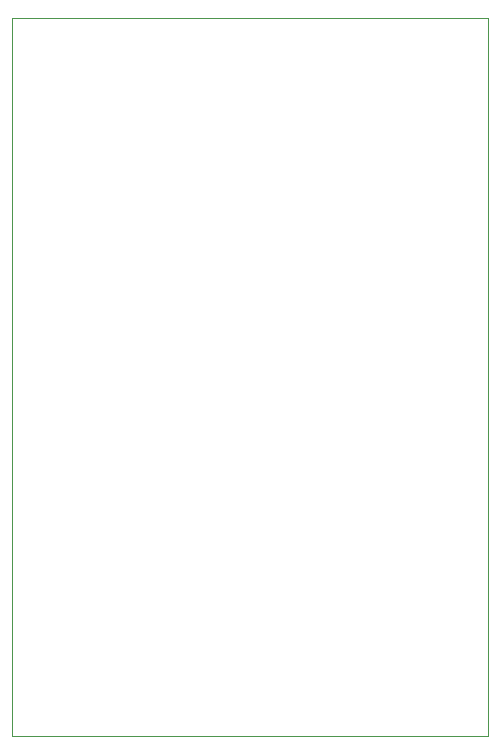
<source format=gm1>
%TF.GenerationSoftware,KiCad,Pcbnew,8.0.1*%
%TF.CreationDate,2024-09-29T19:32:40+02:00*%
%TF.ProjectId,CANPCB_TESTBENCH,43414e50-4342-45f5-9445-535442454e43,rev?*%
%TF.SameCoordinates,Original*%
%TF.FileFunction,Profile,NP*%
%FSLAX46Y46*%
G04 Gerber Fmt 4.6, Leading zero omitted, Abs format (unit mm)*
G04 Created by KiCad (PCBNEW 8.0.1) date 2024-09-29 19:32:40*
%MOMM*%
%LPD*%
G01*
G04 APERTURE LIST*
%TA.AperFunction,Profile*%
%ADD10C,0.050000*%
%TD*%
G04 APERTURE END LIST*
D10*
X145000000Y-52000000D02*
X185250000Y-52000000D01*
X185250000Y-112750000D01*
X145000000Y-112750000D01*
X145000000Y-52000000D01*
M02*

</source>
